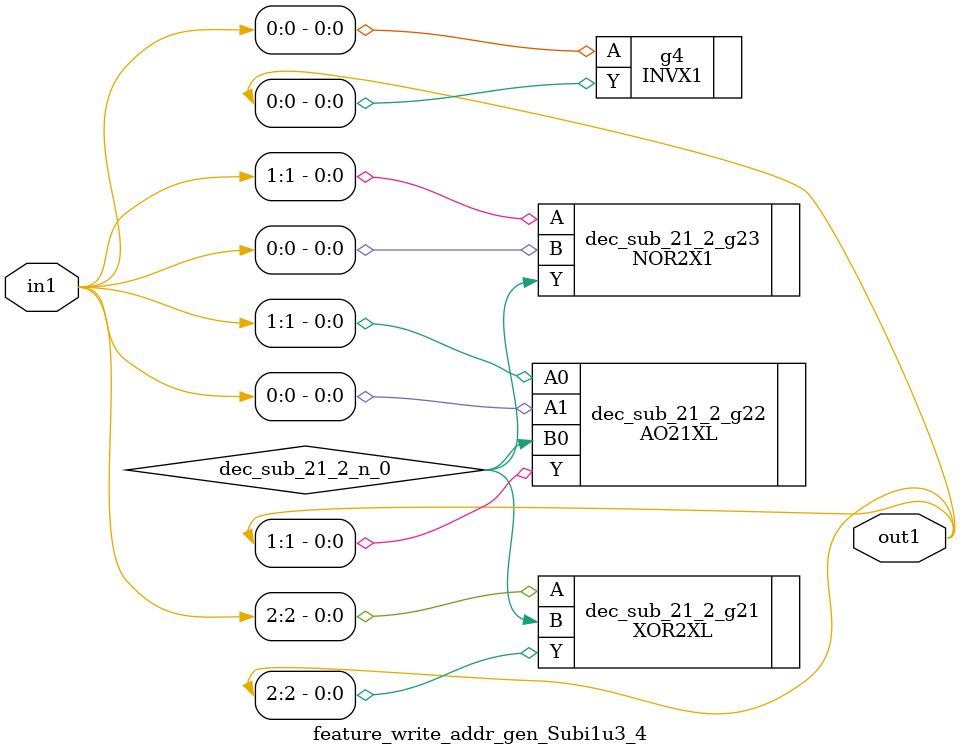
<source format=v>
`timescale 1ps / 1ps


module feature_write_addr_gen_Subi1u3_4(in1, out1);
  input [2:0] in1;
  output [2:0] out1;
  wire [2:0] in1;
  wire [2:0] out1;
  wire dec_sub_21_2_n_0;
  INVX1 g4(.A (in1[0]), .Y (out1[0]));
  XOR2XL dec_sub_21_2_g21(.A (in1[2]), .B (dec_sub_21_2_n_0), .Y
       (out1[2]));
  AO21XL dec_sub_21_2_g22(.A0 (in1[1]), .A1 (in1[0]), .B0
       (dec_sub_21_2_n_0), .Y (out1[1]));
  NOR2X1 dec_sub_21_2_g23(.A (in1[1]), .B (in1[0]), .Y
       (dec_sub_21_2_n_0));
endmodule



</source>
